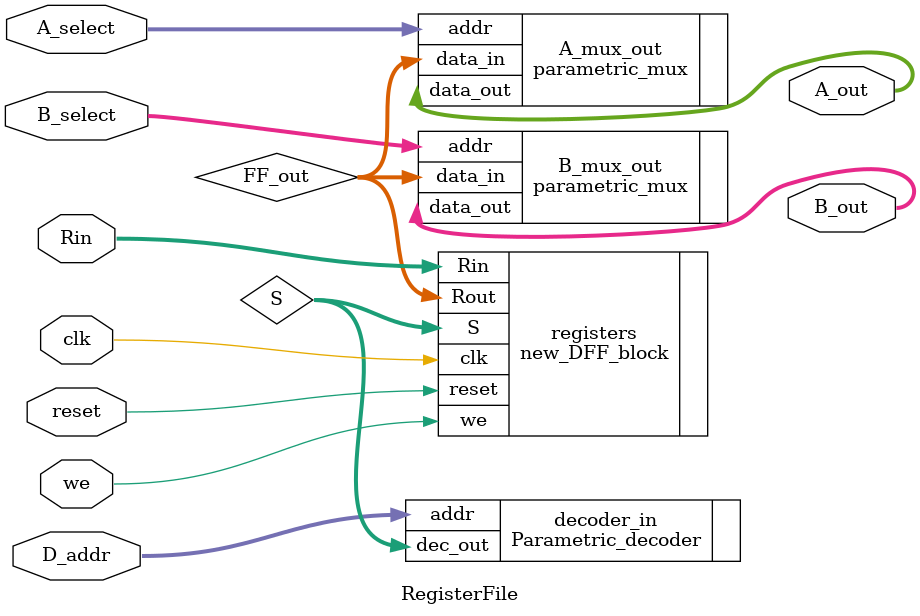
<source format=sv>
`timescale 1ns/1ns

module RegisterFile#(parameter mem_width = 32, parameter mem_depth = 32)(
    input clk,
    input reset,
    input we,
    input [mem_width-1 : 0] Rin,
    input [$clog2(mem_depth)-1 : 0] A_select,
	input [$clog2(mem_depth)-1 : 0] B_select,
	input [$clog2(mem_depth)-1 : 0] D_addr,
    output [mem_width-1 : 0] A_out,
	output [mem_width-1 : 0] B_out);

    wire [mem_depth-1:0] S;
    wire [mem_width*mem_depth-1:0] FF_out;

    defparam decoder_in.mem_depth = mem_depth;
    defparam registers.mem_depth = mem_depth;
    defparam A_mux_out.mem_depth = mem_depth;
	defparam B_mux_out.mem_depth = mem_depth;

    defparam registers.mem_width = mem_width;
    defparam A_mux_out.mem_width = mem_width;
	defparam B_mux_out.mem_width = mem_width;

    Parametric_decoder decoder_in(
        .addr(D_addr),
        .dec_out(S));

 /*   D_FF_block registers(
        .clk(clk),
        .reset(reset),
        .Rin(Rin),
        .we(we),
        .S(S),
        .Rout(FF_out));
*/
    new_DFF_block registers(
        .clk(clk),
        .reset(reset),
        .Rin(Rin),
        .we(we),
        .S(S),
        .Rout(FF_out));
    parametric_mux A_mux_out(
        .addr(A_select),
        .data_in(FF_out),
        .data_out(A_out));

    parametric_mux B_mux_out(
        .addr(B_select),
        .data_in(FF_out),
        .data_out(B_out));

endmodule

</source>
